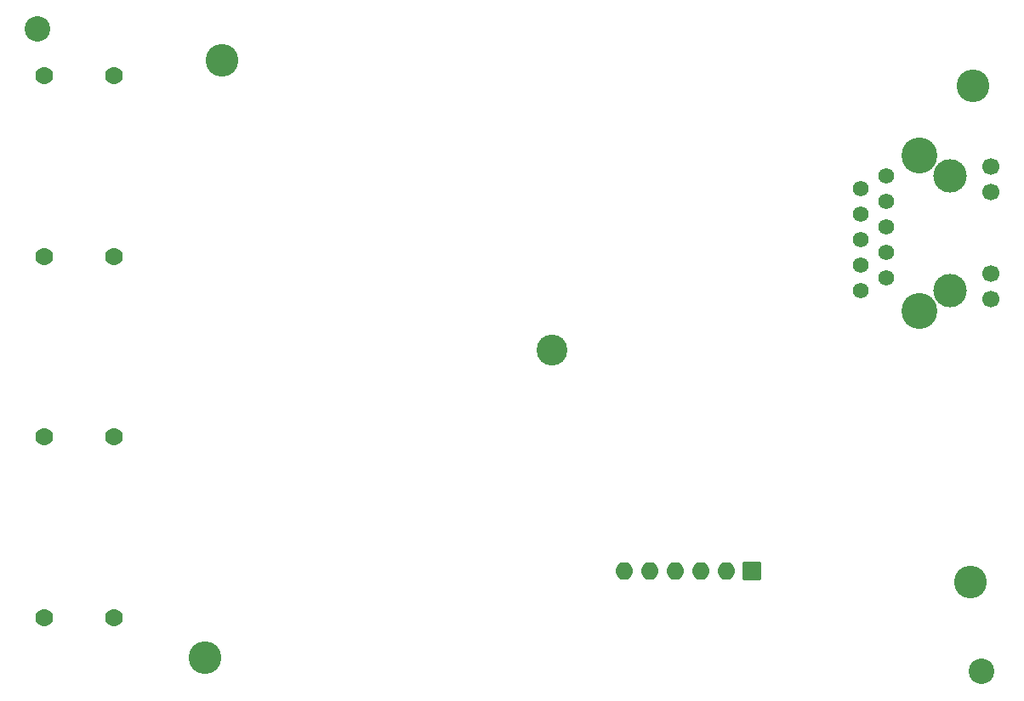
<source format=gbr>
%TF.GenerationSoftware,KiCad,Pcbnew,(6.0.9)*%
%TF.CreationDate,2022-11-17T17:06:12-06:00*%
%TF.ProjectId,IR2IP,49523249-502e-46b6-9963-61645f706362,rev?*%
%TF.SameCoordinates,PX55fe290PY8062360*%
%TF.FileFunction,Soldermask,Bot*%
%TF.FilePolarity,Negative*%
%FSLAX46Y46*%
G04 Gerber Fmt 4.6, Leading zero omitted, Abs format (unit mm)*
G04 Created by KiCad (PCBNEW (6.0.9)) date 2022-11-17 17:06:12*
%MOMM*%
%LPD*%
G01*
G04 APERTURE LIST*
G04 Aperture macros list*
%AMRoundRect*
0 Rectangle with rounded corners*
0 $1 Rounding radius*
0 $2 $3 $4 $5 $6 $7 $8 $9 X,Y pos of 4 corners*
0 Add a 4 corners polygon primitive as box body*
4,1,4,$2,$3,$4,$5,$6,$7,$8,$9,$2,$3,0*
0 Add four circle primitives for the rounded corners*
1,1,$1+$1,$2,$3*
1,1,$1+$1,$4,$5*
1,1,$1+$1,$6,$7*
1,1,$1+$1,$8,$9*
0 Add four rect primitives between the rounded corners*
20,1,$1+$1,$2,$3,$4,$5,0*
20,1,$1+$1,$4,$5,$6,$7,0*
20,1,$1+$1,$6,$7,$8,$9,0*
20,1,$1+$1,$8,$9,$2,$3,0*%
G04 Aperture macros list end*
%ADD10C,3.326200*%
%ADD11C,1.576200*%
%ADD12C,1.696200*%
%ADD13C,3.576200*%
%ADD14RoundRect,0.038100X-0.850000X0.850000X-0.850000X-0.850000X0.850000X-0.850000X0.850000X0.850000X0*%
%ADD15O,1.776200X1.776200*%
%ADD16C,1.776200*%
%ADD17C,3.076200*%
%ADD18C,3.251200*%
%ADD19C,2.540000*%
G04 APERTURE END LIST*
D10*
%TO.C,J1*%
X93720000Y52045000D03*
X93720000Y40615000D03*
D11*
X84830000Y40615000D03*
X87370000Y41885000D03*
X84830000Y43155000D03*
X87370000Y44425000D03*
X84830000Y45695000D03*
X87370000Y46965000D03*
X84830000Y48235000D03*
X87370000Y49505000D03*
X84830000Y50775000D03*
X87370000Y52045000D03*
D12*
X97800000Y39700000D03*
X97800000Y42240000D03*
X97800000Y50420000D03*
X97800000Y52960000D03*
D13*
X90670000Y54075000D03*
X90670000Y38585000D03*
%TD*%
D14*
%TO.C,J2*%
X74000000Y12600000D03*
D15*
X71460000Y12600000D03*
X68920000Y12600000D03*
X66380000Y12600000D03*
X63840000Y12600000D03*
X61300000Y12600000D03*
%TD*%
D16*
%TO.C,J3*%
X10500000Y62000000D03*
X3500000Y62000000D03*
%TD*%
%TO.C,J4*%
X3500000Y44000000D03*
X10500000Y44000000D03*
%TD*%
%TO.C,J5*%
X3500000Y26000000D03*
X10500000Y26000000D03*
%TD*%
%TO.C,J6*%
X3500000Y8000000D03*
X10500000Y8000000D03*
%TD*%
D17*
%TO.C,TP1*%
X54080000Y34620000D03*
%TD*%
D18*
%TO.C,REF\u002A\u002A*%
X95750000Y11500000D03*
%TD*%
%TO.C,REF\u002A\u002A*%
X96000000Y61000000D03*
%TD*%
%TO.C,REF\u002A\u002A*%
X21250000Y63500000D03*
%TD*%
%TO.C,REF\u002A\u002A*%
X19500000Y4000000D03*
%TD*%
D19*
%TO.C,FID6*%
X2830000Y66620000D03*
%TD*%
%TO.C,FID5*%
X96830000Y2620000D03*
%TD*%
M02*

</source>
